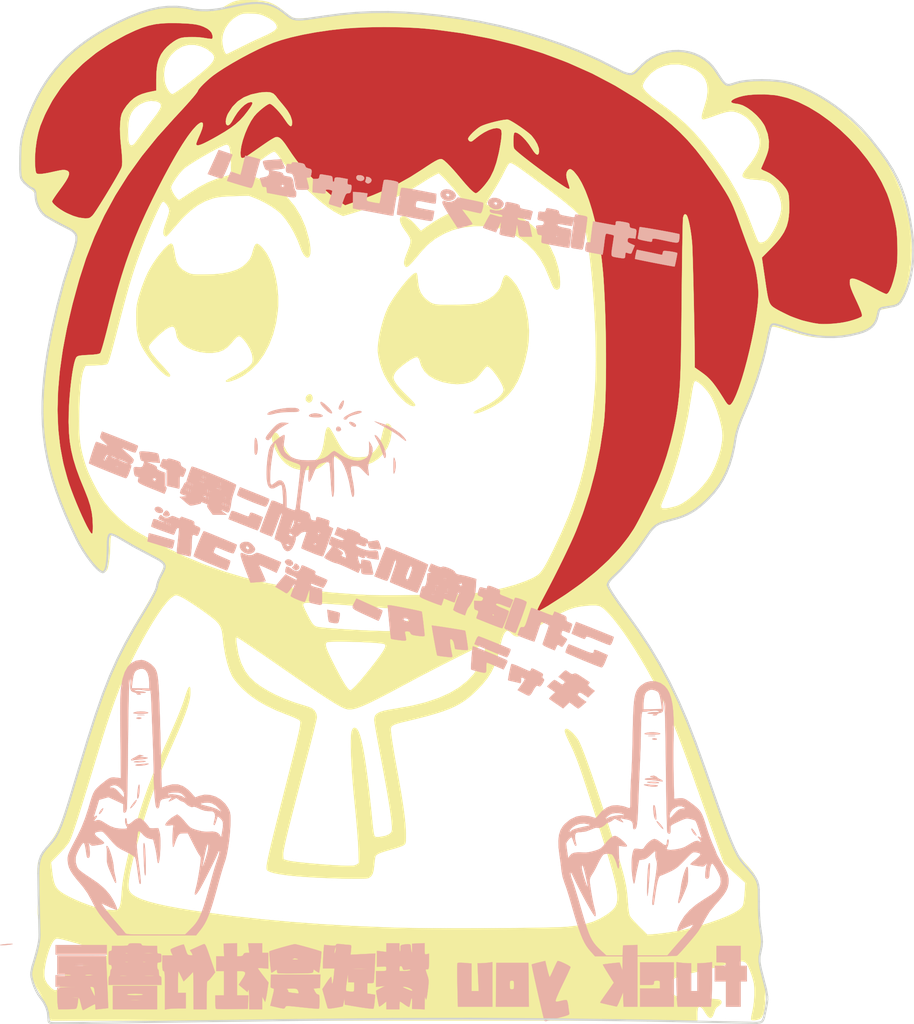
<source format=kicad_pcb>
(kicad_pcb (version 4) (host pcbnew 4.0.5+dfsg1-4)
  (layers (0 F.Cu signal) (31 B.Cu signal) (34 B.Paste user) (35 F.Paste user) (36 B.SilkS user) (37 F.SilkS user) (38 B.Mask user) (39 F.Mask user) (44 Edge.Cuts user))
  (net 0 "")
  (module LOGO (layer F.Cu) (at 139.48 100.54)
    (fp_text reference G*** hide)
    (fp_text value LOGO hide)
  )
  (module LOGO (layer F.Cu) (at 139.48 100.54)
    (fp_text reference G*** hide)
    (fp_text value LOGO hide)
  )
  (module LOGO (layer F.Cu) (at 139.48 100.54)
    (fp_text reference G*** hide)
    (fp_text value LOGO hide)
    (fp_poly (pts (xy -0.61348 -23.57919) (xy 0.278003 -23.533465) (xy 1.161547 -23.454795) (xy 1.883591 -23.363801) (xy 3.280444 -23.12305) (xy 4.639957 -22.808242) (xy 5.96032 -22.41992) (xy 7.239723 -21.958623) (xy 8.476354 -21.424894) (xy 8.657167 -21.339044) (xy 9.516885 -20.898092) (xy 10.359663 -20.408198) (xy 11.201589 -19.859443) (xy 12.056722 -19.243439) (xy 12.481178 -18.902671) (xy 12.891897 -18.528005) (xy 13.295922 -18.111412) (xy 13.700299 -17.644861) (xy 14.112071 -17.120322) (xy 14.538282 -16.529766) (xy 14.882726 -16.021996) (xy 15.089356 -15.704285) (xy 15.255783 -15.431951) (xy 15.393043 -15.18297) (xy 15.512173 -14.935318) (xy 15.624208 -14.66697) (xy 15.740184 -14.355901) (xy 15.794254 -14.202833) (xy 15.944295 -13.777347) (xy 16.088841 -13.375516) (xy 16.223222 -13.009967) (xy 16.342767 -12.693331) (xy 16.442806 -12.438234) (xy 16.483659 -12.338648) (xy 16.555068 -12.129086) (xy 16.623101 -11.858454) (xy 16.683592 -11.550344) (xy 16.732377 -11.22835) (xy 16.765289 -10.916064) (xy 16.777728 -10.672961) (xy 16.769064 -10.359839) (xy 16.734899 -9.983303) (xy 16.678169 -9.556144) (xy 16.601809 -9.09115) (xy 16.508755 -8.601112) (xy 16.401941 -8.098818) (xy 16.284303 -7.59706) (xy 16.158776 -7.108626) (xy 16.028295 -6.646306) (xy 15.895795 -6.22289) (xy 15.764211 -5.851168) (xy 15.636479 -5.543929) (xy 15.569472 -5.408083) (xy 15.475396 -5.253645) (xy 15.394173 -5.179478) (xy 15.315848 -5.184316) (xy 15.230467 -5.266895) (xy 15.169234 -5.357202) (xy 14.963294 -5.684029) (xy 14.789296 -5.948299) (xy 14.637839 -6.161341) (xy 14.499518 -6.334484) (xy 14.364933 -6.479055) (xy 14.224679 -6.606383) (xy 14.069355 -6.727797) (xy 13.975977 -6.794837) (xy 13.675042 -7.006166) (xy 13.673673 -7.408333) (xy 13.671873 -7.6777) (xy 13.668237 -8.003953) (xy 13.662982 -8.3773) (xy 13.656325 -8.787949) (xy 13.648482 -9.226105) (xy 13.63967 -9.681976) (xy 13.630107 -10.145768) (xy 13.620008 -10.607689) (xy 13.609592 -11.057946) (xy 13.599074 -11.486744) (xy 13.588672 -11.884292) (xy 13.578603 -12.240796) (xy 13.569083 -12.546463) (xy 13.560329 -12.7915) (xy 13.552558 -12.966114) (xy 13.549417 -13.019444) (xy 13.525687 -13.284773) (xy 13.491094 -13.556466) (xy 13.448744 -13.81823) (xy 13.401746 -14.053773) (xy 13.353209 -14.246802) (xy 13.306239 -14.381024) (xy 13.281274 -14.425083) (xy 13.212532 -14.476346) (xy 13.154553 -14.44657) (xy 13.112101 -14.339168) (xy 13.104049 -14.298083) (xy 13.09915 -14.229441) (xy 13.093689 -14.082571) (xy 13.087774 -13.86391) (xy 13.081516 -13.579895) (xy 13.075021 -13.236962) (xy 13.0684 -12.841547) (xy 13.061761 -12.400088) (xy 13.055212 -11.919021) (xy 13.048863 -11.404782) (xy 13.042822 -10.863807) (xy 13.038059 -10.392833) (xy 13.030994 -9.685135) (xy 13.024052 -9.055483) (xy 13.016972 -8.497255) (xy 13.009492 -8.003831) (xy 13.001349 -7.56859) (xy 12.992283 -7.184911) (xy 12.98203 -6.846175) (xy 12.970329 -6.54576) (xy 12.956918 -6.277045) (xy 12.941535 -6.033411) (xy 12.923919 -5.808236) (xy 12.903807 -5.594899) (xy 12.880937 -5.386781) (xy 12.855048 -5.17726) (xy 12.825877 -4.959716) (xy 12.822015 -4.931833) (xy 12.720456 -4.332251) (xy 12.579024 -3.690465) (xy 12.405401 -3.034323) (xy 12.207266 -2.391674) (xy 11.992301 -1.790363) (xy 11.876237 -1.502833) (xy 11.770588 -1.261785) (xy 11.639828 -0.977549) (xy 11.491807 -0.665939) (xy 11.334375 -0.342771) (xy 11.17538 -0.023857) (xy 11.022672 0.274987) (xy 10.884099 0.537946) (xy 10.767512 0.749207) (xy 10.710094 0.846667) (xy 10.312305 1.427157) (xy 9.83505 2.000115) (xy 9.27742 2.566357) (xy 8.638504 3.126699) (xy 7.917395 3.681957) (xy 7.113182 4.232947) (xy 6.532358 4.597132) (xy 6.313602 4.727163) (xy 6.157702 4.812493) (xy 6.057222 4.855615) (xy 6.004724 4.859023) (xy 5.992771 4.825209) (xy 6.007384 4.773084) (xy 6.038693 4.705406) (xy 6.102746 4.577471) (xy 6.192197 4.403591) (xy 6.299695 4.198081) (xy 6.393139 4.021667) (xy 6.616883 3.595872) (xy 6.84445 3.152296) (xy 7.069169 2.70463) (xy 7.284368 2.266564) (xy 7.483375 1.851789) (xy 7.659519 1.473994) (xy 7.806129 1.146871) (xy 7.888791 0.9525) (xy 8.269578 -0.045687) (xy 8.591263 -1.052492) (xy 8.858163 -2.084451) (xy 9.074595 -3.158101) (xy 9.23254 -4.194518) (xy 9.265402 -4.506837) (xy 9.292769 -4.893793) (xy 9.314646 -5.345532) (xy 9.331043 -5.852204) (xy 9.341964 -6.403958) (xy 9.347418 -6.99094) (xy 9.347413 -7.603301) (xy 9.341954 -8.231187) (xy 9.33105 -8.864748) (xy 9.314707 -9.494132) (xy 9.292933 -10.109486) (xy 9.265735 -10.700961) (xy 9.233119 -11.258703) (xy 9.227318 -11.345333) (xy 9.169519 -12.010033) (xy 9.088859 -12.660561) (xy 8.987406 -13.289448) (xy 8.867229 -13.889226) (xy 8.730396 -14.452426) (xy 8.578976 -14.971577) (xy 8.415037 -15.439212) (xy 8.240648 -15.84786) (xy 8.057878 -16.190054) (xy 7.868794 -16.458323) (xy 7.786186 -16.548968) (xy 7.671423 -16.646455) (xy 7.584345 -16.67273) (xy 7.509721 -16.629565) (xy 7.474234 -16.585247) (xy 7.422616 -16.474311) (xy 7.414359 -16.338276) (xy 7.450063 -16.159205) (xy 7.493 -16.023166) (xy 7.545826 -15.864404) (xy 7.570883 -15.769181) (xy 7.570112 -15.721757) (xy 7.545456 -15.706387) (xy 7.532163 -15.705666) (xy 7.468783 -15.728352) (xy 7.348875 -15.797168) (xy 7.170784 -15.913254) (xy 6.932857 -16.077751) (xy 6.633439 -16.291798) (xy 6.270876 -16.556535) (xy 5.915043 -16.819866) (xy 5.576623 -17.074085) (xy 5.306297 -17.282906) (xy 5.10187 -17.448133) (xy 4.961148 -17.571572) (xy 4.881938 -17.655028) (xy 4.863722 -17.684731) (xy 4.845271 -17.776558) (xy 4.835527 -17.915774) (xy 4.834016 -18.076754) (xy 4.840267 -18.23387) (xy 4.853805 -18.361496) (xy 4.874158 -18.434007) (xy 4.877624 -18.438402) (xy 4.951337 -18.456873) (xy 5.060494 -18.413292) (xy 5.194835 -18.316878) (xy 5.344101 -18.17685) (xy 5.49803 -18.002426) (xy 5.646363 -17.802824) (xy 5.729493 -17.673011) (xy 5.849531 -17.494151) (xy 5.946809 -17.393592) (xy 6.020107 -17.371809) (xy 6.068205 -17.429278) (xy 6.087778 -17.53333) (xy 6.068233 -17.70145) (xy 5.991903 -17.901417) (xy 5.868547 -18.112731) (xy 5.7241 -18.297112) (xy 5.627994 -18.387399) (xy 5.482822 -18.503643) (xy 5.306006 -18.633969) (xy 5.114967 -18.766504) (xy 4.927125 -18.889374) (xy 4.759902 -18.990705) (xy 4.630719 -19.058623) (xy 4.577257 -19.078772) (xy 4.479859 -19.081116) (xy 4.322052 -19.060721) (xy 4.123479 -19.022419) (xy 3.903782 -18.971042) (xy 3.682607 -18.911421) (xy 3.479594 -18.848387) (xy 3.314388 -18.786772) (xy 3.234127 -18.748408) (xy 3.10284 -18.661489) (xy 2.961536 -18.546722) (xy 2.826748 -18.420427) (xy 2.715011 -18.298924) (xy 2.642858 -18.198534) (xy 2.624667 -18.14683) (xy 2.655573 -18.067374) (xy 2.725366 -18.015477) (xy 2.799658 -18.016053) (xy 2.802729 -18.017817) (xy 2.861759 -18.060218) (xy 2.964099 -18.139388) (xy 3.087704 -18.238267) (xy 3.088941 -18.239272) (xy 3.311619 -18.400316) (xy 3.53588 -18.527132) (xy 3.749515 -18.616088) (xy 3.940313 -18.663554) (xy 4.096065 -18.665898) (xy 4.204561 -18.61949) (xy 4.235525 -18.580238) (xy 4.260086 -18.480897) (xy 4.260305 -18.316739) (xy 4.235786 -18.083391) (xy 4.186138 -17.776479) (xy 4.14253 -17.547166) (xy 4.031015 -17.0715) (xy 3.898853 -16.668993) (xy 3.742735 -16.329931) (xy 3.704977 -16.26311) (xy 3.600061 -16.102016) (xy 3.47367 -15.934766) (xy 3.339047 -15.775935) (xy 3.209437 -15.640098) (xy 3.098083 -15.541829) (xy 3.01823 -15.495703) (xy 3.006087 -15.494) (xy 2.92197 -15.52957) (xy 2.792632 -15.636324) (xy 2.618005 -15.81433) (xy 2.398019 -16.063655) (xy 2.254676 -16.234833) (xy 2.02606 -16.505107) (xy 1.817857 -16.737828) (xy 1.637015 -16.925866) (xy 1.49048 -17.06209) (xy 1.3852 -17.139369) (xy 1.363255 -17.149782) (xy 1.304466 -17.161626) (xy 1.231873 -17.152186) (xy 1.136222 -17.116703) (xy 1.008261 -17.05042) (xy 0.838735 -16.94858) (xy 0.618392 -16.806424) (xy 0.35942 -16.633642) (xy -0.14871 -16.309176) (xy -0.669044 -16.01396) (xy -1.218181 -15.739894) (xy -1.812724 -15.47888) (xy -2.469273 -15.222821) (xy -2.718339 -15.132317) (xy -3.363241 -14.9019) (xy -3.576037 -15.043236) (xy -3.958815 -15.322061) (xy -4.375383 -15.671861) (xy -4.82075 -16.08835) (xy -4.99648 -16.263187) (xy -5.267396 -16.543958) (xy -5.497325 -16.800111) (xy -5.704984 -17.054949) (xy -5.909091 -17.331771) (xy -6.128361 -17.653881) (xy -6.194827 -17.75506) (xy -6.347048 -17.974035) (xy -6.474132 -18.122442) (xy -6.584461 -18.20746) (xy -6.686418 -18.236268) (xy -6.748456 -18.229214) (xy -6.827033 -18.194344) (xy -6.955025 -18.121208) (xy -7.113312 -18.021252) (xy -7.249558 -17.929216) (xy -7.456935 -17.784973) (xy -7.685326 -17.626223) (xy -7.898486 -17.478154) (xy -7.987495 -17.416366) (xy -8.175339 -17.291609) (xy -8.307397 -17.221642) (xy -8.393096 -17.207253) (xy -8.441858 -17.24923) (xy -8.463109 -17.348361) (xy -8.466666 -17.456436) (xy -8.44211 -17.711036) (xy -8.374087 -18.009906) (xy -8.271063 -18.330449) (xy -8.141506 -18.650066) (xy -7.993884 -18.946162) (xy -7.836664 -19.196138) (xy -7.793481 -19.253026) (xy -7.680794 -19.378441) (xy -7.539986 -19.512239) (xy -7.388379 -19.640574) (xy -7.243292 -19.749598) (xy -7.122046 -19.825465) (xy -7.041963 -19.854329) (xy -7.041309 -19.854333) (xy -6.965468 -19.821924) (xy -6.854033 -19.733751) (xy -6.719988 -19.603396) (xy -6.576316 -19.444438) (xy -6.436 -19.270461) (xy -6.312024 -19.095044) (xy -6.304906 -19.084017) (xy -6.175111 -18.897066) (xy -6.075553 -18.788616) (xy -6.005475 -18.758379) (xy -5.964124 -18.806064) (xy -5.950744 -18.931383) (xy -5.950919 -18.94837) (xy -5.9885 -19.15976) (xy -6.095826 -19.393309) (xy -6.275715 -19.65442) (xy -6.393486 -19.796694) (xy -6.519976 -19.945522) (xy -6.636311 -20.087852) (xy -6.722705 -20.199306) (xy -6.741246 -20.225118) (xy -6.846269 -20.335784) (xy -6.984476 -20.401364) (xy -7.169917 -20.425382) (xy -7.416639 -20.411358) (xy -7.462285 -20.405877) (xy -7.890683 -20.323125) (xy -8.255678 -20.189042) (xy -8.564512 -19.998965) (xy -8.824424 -19.748233) (xy -9.042656 -19.432182) (xy -9.080119 -19.364151) (xy -9.146773 -19.204246) (xy -9.181388 -19.047608) (xy -9.182347 -18.915429) (xy -9.148035 -18.828899) (xy -9.122294 -18.811102) (xy -9.052053 -18.80859) (xy -8.977991 -18.861322) (xy -8.891745 -18.977832) (xy -8.797932 -19.142144) (xy -8.652849 -19.37881) (xy -8.488405 -19.588294) (xy -8.316931 -19.75881) (xy -8.150758 -19.87857) (xy -8.002217 -19.935788) (xy -7.964253 -19.939) (xy -7.900497 -19.926211) (xy -7.881738 -19.882434) (xy -7.910792 -19.799555) (xy -7.990477 -19.669462) (xy -8.120971 -19.487582) (xy -8.307564 -19.251699) (xy -8.497515 -19.046059) (xy -8.705889 -18.858265) (xy -8.94775 -18.675922) (xy -9.238165 -18.486635) (xy -9.5885 -18.280113) (xy -9.905757 -18.10316) (xy -10.157857 -17.971362) (xy -10.350001 -17.882776) (xy -10.48739 -17.835458) (xy -10.575223 -17.827464) (xy -10.618702 -17.856852) (xy -10.625666 -17.892533) (xy -10.608661 -17.959778) (xy -10.562988 -18.082667) (xy -10.496661 -18.240536) (xy -10.453474 -18.336541) (xy -10.357548 -18.568944) (xy -10.305567 -18.74991) (xy -10.296577 -18.874949) (xy -10.32963 -18.939574) (xy -10.403774 -18.939298) (xy -10.518058 -18.869632) (xy -10.559143 -18.835309) (xy -10.739908 -18.652698) (xy -10.941724 -18.403216) (xy -11.165828 -18.084883) (xy -11.413458 -17.69572) (xy -11.685853 -17.233749) (xy -11.984249 -16.69699) (xy -12.309885 -16.083463) (xy -12.450586 -15.811161) (xy -12.799375 -15.11737) (xy -13.112136 -14.463087) (xy -13.394103 -13.834094) (xy -13.650507 -13.216175) (xy -13.886582 -12.595113) (xy -14.107559 -11.956692) (xy -14.318672 -11.286694) (xy -14.525152 -10.570904) (xy -14.732233 -9.795104) (xy -14.879695 -9.211365) (xy -14.969324 -8.855188) (xy -15.053507 -8.531474) (xy -15.129764 -8.249061) (xy -15.195613 -8.016788) (xy -15.248572 -7.843495) (xy -15.286161 -7.738019) (xy -15.30117 -7.71002) (xy -15.35735 -7.678198) (xy -15.461623 -7.653683) (xy -15.625897 -7.634587) (xy -15.862082 -7.619022) (xy -15.881573 -7.618019) (xy -16.102176 -7.605381) (xy -16.254199 -7.591769) (xy -16.353701 -7.573987) (xy -16.416741 -7.548844) (xy -16.459376 -7.513145) (xy -16.469642 -7.501072) (xy -16.518745 -7.401469) (xy -16.569272 -7.228279) (xy -16.619704 -6.992528) (xy -16.66852 -6.705246) (xy -16.714199 -6.377461) (xy -16.755221 -6.020199) (xy -16.790066 -5.644489) (xy -16.817212 -5.261359) (xy -16.83514 -4.881836) (xy -16.836498 -4.84034) (xy -16.843399 -4.312454) (xy -16.827042 -3.832306) (xy -16.78397 -3.382776) (xy -16.710727 -2.946745) (xy -16.603859 -2.50709) (xy -16.459908 -2.046694) (xy -16.275419 -1.548434) (xy -16.072343 -1.0546) (xy -15.914116 -0.659351) (xy -15.799262 -0.311095) (xy -15.722645 0.012565) (xy -15.679127 0.334027) (xy -15.663572 0.675689) (xy -15.663333 0.72874) (xy -15.66651 0.918418) (xy -15.677067 1.0342) (xy -15.696548 1.086655) (xy -15.71625 1.091375) (xy -15.769034 1.041399) (xy -15.846688 0.922227) (xy -15.944591 0.744026) (xy -16.058121 0.516962) (xy -16.182656 0.251205) (xy -16.313575 -0.043079) (xy -16.446254 -0.355722) (xy -16.576072 -0.676557) (xy -16.698408 -0.995416) (xy -16.808639 -1.302132) (xy -16.822062 -1.341237) (xy -17.051749 -2.117145) (xy -17.222057 -2.926583) (xy -17.332847 -3.772291) (xy -17.383983 -4.657008) (xy -17.375326 -5.583476) (xy -17.306737 -6.554433) (xy -17.17808 -7.57262) (xy -16.989215 -8.640776) (xy -16.740006 -9.761642) (xy -16.430313 -10.937958) (xy -16.319111 -11.324166) (xy -15.964325 -12.412877) (xy -15.549935 -13.461219) (xy -15.072314 -14.475327) (xy -14.527841 -15.461335) (xy -13.91289 -16.425379) (xy -13.22384 -17.373593) (xy -12.457065 -18.312112) (xy -11.689285 -19.162289) (xy -11.403762 -19.467648) (xy -11.151209 -19.743342) (xy -10.936162 -19.984127) (xy -10.763159 -20.184759) (xy -10.636737 -20.339995) (xy -10.561433 -20.444591) (xy -10.541 -20.489425) (xy -10.510643 -20.549065) (xy -10.428519 -20.649361) (xy -10.308046 -20.776941) (xy -10.162643 -20.91843) (xy -10.005731 -21.060457) (xy -9.850726 -21.189648) (xy -9.795761 -21.232109) (xy -9.503692 -21.437464) (xy -9.150825 -21.662233) (xy -8.755718 -21.896318) (xy -8.33693 -22.129622) (xy -7.913018 -22.352047) (xy -7.502541 -22.553495) (xy -7.124058 -22.723869) (xy -6.858 -22.830554) (xy -6.254954 -23.026916) (xy -5.581635 -23.195104) (xy -4.84782 -23.334522) (xy -4.063285 -23.444574) (xy -3.237807 -23.524663) (xy -2.381162 -23.574193) (xy -1.503128 -23.592568) (xy -0.61348 -23.57919)) (layer F.Cu) (width 0.01))
    (fp_poly (pts (xy 17.25486 -20.305456) (xy 17.5877 -20.273257) (xy 18.075723 -20.175466) (xy 18.581496 -20.00336) (xy 19.097601 -19.763463) (xy 19.616619 -19.462299) (xy 20.131129 -19.106391) (xy 20.633713 -18.702264) (xy 21.116952 -18.25644) (xy 21.573426 -17.775445) (xy 21.995716 -17.265802) (xy 22.376402 -16.734035) (xy 22.708065 -16.186667) (xy 22.983287 -15.630222) (xy 23.050957 -15.469393) (xy 23.156667 -15.177056) (xy 23.262789 -14.829073) (xy 23.361698 -14.454082) (xy 23.445767 -14.080723) (xy 23.500905 -13.7795) (xy 23.51981 -13.615936) (xy 23.535905 -13.392294) (xy 23.547901 -13.13315) (xy 23.554507 -12.863079) (xy 23.55538 -12.742333) (xy 23.554018 -12.46121) (xy 23.547754 -12.241385) (xy 23.534358 -12.059534) (xy 23.511605 -11.892332) (xy 23.477266 -11.716452) (xy 23.443168 -11.56734) (xy 23.359194 -11.246823) (xy 23.27324 -10.981558) (xy 23.188254 -10.778357) (xy 23.10718 -10.644033) (xy 23.032964 -10.585399) (xy 23.017686 -10.583333) (xy 22.950303 -10.603164) (xy 22.826215 -10.657407) (xy 22.662068 -10.738188) (xy 22.474508 -10.83763) (xy 22.440222 -10.856529) (xy 22.121827 -11.029933) (xy 21.86699 -11.161227) (xy 21.667897 -11.25385) (xy 21.516737 -11.31124) (xy 21.405696 -11.336834) (xy 21.347109 -11.337612) (xy 21.275185 -11.322128) (xy 21.241429 -11.28133) (xy 21.232149 -11.190736) (xy 21.232253 -11.13225) (xy 21.244578 -11.022334) (xy 21.282628 -10.884631) (xy 21.351303 -10.705178) (xy 21.455498 -10.470014) (xy 21.492112 -10.391416) (xy 21.624399 -10.105797) (xy 21.721045 -9.886471) (xy 21.78506 -9.724398) (xy 21.819448 -9.610541) (xy 21.827217 -9.53586) (xy 21.811374 -9.491316) (xy 21.796027 -9.477831) (xy 21.616544 -9.390099) (xy 21.371727 -9.309175) (xy 21.080833 -9.238342) (xy 20.76312 -9.18088) (xy 20.437848 -9.140071) (xy 20.124274 -9.119196) (xy 19.841657 -9.121535) (xy 19.7485 -9.128972) (xy 19.173567 -9.227815) (xy 18.594387 -9.402097) (xy 18.029435 -9.645695) (xy 17.770926 -9.784192) (xy 17.637332 -9.860504) (xy 17.529841 -9.926711) (xy 17.444217 -9.992902) (xy 17.376225 -10.069163) (xy 17.321629 -10.165584) (xy 17.276193 -10.292252) (xy 17.235682 -10.459255) (xy 17.195859 -10.676681) (xy 17.15249 -10.954619) (xy 17.101338 -11.303155) (xy 17.084381 -11.419307) (xy 16.946624 -12.361113) (xy 17.418547 -12.837473) (xy 17.710238 -13.152291) (xy 17.933583 -13.445698) (xy 18.095562 -13.734945) (xy 18.203152 -14.037287) (xy 18.26333 -14.369974) (xy 18.283076 -14.75026) (xy 18.279859 -14.967026) (xy 18.271088 -15.190155) (xy 18.259026 -15.349023) (xy 18.239914 -15.464031) (xy 18.209995 -15.555583) (xy 18.165507 -15.644082) (xy 18.150245 -15.670554) (xy 18.0189 -15.853953) (xy 17.839775 -16.048993) (xy 17.6338 -16.237298) (xy 17.421904 -16.400494) (xy 17.225016 -16.520205) (xy 17.139896 -16.557593) (xy 17.009132 -16.613033) (xy 16.926443 -16.663757) (xy 16.907405 -16.696341) (xy 17.028149 -16.972596) (xy 17.118189 -17.186641) (xy 17.182832 -17.352896) (xy 17.227385 -17.485778) (xy 17.257156 -17.599705) (xy 17.275383 -17.695995) (xy 17.289636 -18.048168) (xy 17.222436 -18.41441) (xy 17.094095 -18.749444) (xy 16.960771 -18.972138) (xy 16.778751 -19.195541) (xy 16.564388 -19.405831) (xy 16.334037 -19.589186) (xy 16.104054 -19.731781) (xy 15.890793 -19.819794) (xy 15.806563 -19.837654) (xy 15.63048 -19.86407) (xy 15.523113 -19.88886) (xy 15.468815 -19.917566) (xy 15.45194 -19.955727) (xy 15.451667 -19.963315) (xy 15.490932 -20.025534) (xy 15.597974 -20.092814) (xy 15.756665 -20.158887) (xy 15.950879 -20.217487) (xy 16.164485 -20.262347) (xy 16.25489 -20.275433) (xy 16.758169 -20.315368) (xy 17.25486 -20.305456)) (layer F.Cu) (width 0.01))
    (fp_poly (pts (xy -11.597558 -23.782699) (xy -11.498141 -23.780275) (xy -11.151675 -23.767242) (xy -10.874169 -23.747513) (xy -10.65 -23.71821) (xy -10.463548 -23.676454) (xy -10.299192 -23.619364) (xy -10.141309 -23.544063) (xy -10.102933 -23.523121) (xy -9.985692 -23.439057) (xy -9.895723 -23.34225) (xy -9.880683 -23.317641) (xy -9.834441 -23.193896) (xy -9.823012 -23.084611) (xy -9.849026 -23.018555) (xy -9.853083 -23.015835) (xy -9.906912 -23.014297) (xy -10.021829 -23.026583) (xy -10.17585 -23.050161) (xy -10.2235 -23.058533) (xy -10.502486 -23.093013) (xy -10.813517 -23.105514) (xy -10.967258 -23.102506) (xy -11.173359 -23.09029) (xy -11.322701 -23.070239) (xy -11.443178 -23.036162) (xy -11.562683 -22.981868) (xy -11.600027 -22.96206) (xy -11.754365 -22.864008) (xy -11.924094 -22.734448) (xy -12.046744 -22.625563) (xy -12.233249 -22.418227) (xy -12.373748 -22.197626) (xy -12.473049 -21.949219) (xy -12.535959 -21.658466) (xy -12.567286 -21.310825) (xy -12.573 -21.033774) (xy -12.573 -20.495336) (xy -12.816416 -20.447266) (xy -13.119558 -20.37652) (xy -13.360727 -20.293387) (xy -13.56254 -20.189111) (xy -13.667468 -20.117718) (xy -13.848711 -19.956711) (xy -14.023353 -19.754943) (xy -14.169024 -19.541224) (xy -14.259556 -19.355161) (xy -14.302827 -19.175846) (xy -14.330329 -18.932701) (xy -14.341323 -18.645219) (xy -14.335066 -18.332891) (xy -14.310818 -18.015211) (xy -14.310564 -18.012833) (xy -14.274358 -17.662222) (xy -14.249329 -17.384524) (xy -14.235213 -17.168762) (xy -14.231745 -17.003959) (xy -14.238661 -16.879138) (xy -14.255694 -16.783323) (xy -14.279213 -16.713395) (xy -14.331577 -16.605551) (xy -14.420025 -16.442273) (xy -14.537226 -16.235639) (xy -14.675853 -15.99773) (xy -14.828574 -15.740628) (xy -14.988061 -15.476411) (xy -15.146984 -15.217161) (xy -15.298014 -14.974959) (xy -15.433821 -14.761884) (xy -15.547075 -14.590017) (xy -15.630448 -14.471438) (xy -15.665898 -14.427862) (xy -15.766849 -14.331006) (xy -15.85286 -14.283874) (xy -15.961737 -14.26996) (xy -16.027195 -14.270119) (xy -16.20436 -14.285135) (xy -16.390518 -14.317894) (xy -16.437345 -14.329597) (xy -16.646986 -14.400524) (xy -16.867708 -14.497702) (xy -17.085478 -14.612252) (xy -17.286266 -14.735299) (xy -17.456039 -14.857965) (xy -17.580767 -14.971373) (xy -17.646417 -15.066648) (xy -17.653 -15.098661) (xy -17.628596 -15.153399) (xy -17.561461 -15.261437) (xy -17.460706 -15.409139) (xy -17.335447 -15.582869) (xy -17.27705 -15.661209) (xy -17.078315 -15.934917) (xy -16.937095 -16.153853) (xy -16.851617 -16.323695) (xy -16.820114 -16.45012) (xy -16.840815 -16.538804) (xy -16.911951 -16.595424) (xy -16.979203 -16.61661) (xy -17.037467 -16.627188) (xy -17.098387 -16.630292) (xy -17.1769 -16.623773) (xy -17.287945 -16.605483) (xy -17.44646 -16.573273) (xy -17.667382 -16.524995) (xy -17.761118 -16.504148) (xy -17.949667 -16.467142) (xy -18.124071 -16.441659) (xy -18.255982 -16.43153) (xy -18.290285 -16.432615) (xy -18.371305 -16.443985) (xy -18.417873 -16.472417) (xy -18.443764 -16.538759) (xy -18.46275 -16.663858) (xy -18.467266 -16.7005) (xy -18.487795 -17.043626) (xy -18.475799 -17.435041) (xy -18.434593 -17.846325) (xy -18.367488 -18.24906) (xy -18.277799 -18.614825) (xy -18.225376 -18.775362) (xy -17.923531 -19.485786) (xy -17.546213 -20.161234) (xy -17.096431 -20.798499) (xy -16.577193 -21.394376) (xy -15.991506 -21.945656) (xy -15.342379 -22.449133) (xy -14.63282 -22.901601) (xy -14.075833 -23.199123) (xy -13.675119 -23.389427) (xy -13.323882 -23.536438) (xy -13.00177 -23.644746) (xy -12.688433 -23.718937) (xy -12.363519 -23.763601) (xy -12.006678 -23.783325) (xy -11.597558 -23.782699)) (layer F.Cu) (width 0.01))
  )
  (module LOGO (layer F.Cu) (at 139.48 100.54)
    (fp_text reference G*** hide)
    (fp_text value LOGO hide)
  )
  (module LOGO (layer F.Cu) (at 139.48 100.54)
    (fp_text reference G*** hide)
    (fp_text value LOGO hide)
  )
  (gr_line (start 121.65071 125.211657) (end 121.625198 124.950965) (layer Edge.Cuts) (width 0.1))
  (gr_line (start 121.625198 124.950965) (end 121.549025 124.695003) (layer Edge.Cuts) (width 0.1))
  (gr_line (start 121.549025 124.695003) (end 121.422736 124.445134) (layer Edge.Cuts) (width 0.1))
  (gr_line (start 121.422736 124.445134) (end 121.246878 124.202716) (layer Edge.Cuts) (width 0.1))
  (gr_line (start 121.246878 124.202716) (end 121.151194 124.06616) (layer Edge.Cuts) (width 0.1))
  (gr_line (start 121.151194 124.06616) (end 121.052879 123.88713) (layer Edge.Cuts) (width 0.1))
  (gr_line (start 121.052879 123.88713) (end 120.963494 123.688864) (layer Edge.Cuts) (width 0.1))
  (gr_line (start 120.963494 123.688864) (end 120.894598 123.494596) (layer Edge.Cuts) (width 0.1))
  (gr_line (start 120.894598 123.494596) (end 120.825585 123.228466) (layer Edge.Cuts) (width 0.1))
  (gr_line (start 120.825585 123.228466) (end 120.812051 123.117756) (layer Edge.Cuts) (width 0.1))
  (gr_line (start 120.812051 123.117756) (end 120.813841 123.006047) (layer Edge.Cuts) (width 0.1))
  (gr_line (start 120.813841 123.006047) (end 120.867388 122.731934) (layer Edge.Cuts) (width 0.1))
  (gr_line (start 120.867388 122.731934) (end 120.994263 122.310723) (layer Edge.Cuts) (width 0.1))
  (gr_line (start 120.994263 122.310723) (end 121.083911 121.996427) (layer Edge.Cuts) (width 0.1))
  (gr_line (start 121.083911 121.996427) (end 121.156124 121.685162) (layer Edge.Cuts) (width 0.1))
  (gr_line (start 121.156124 121.685162) (end 121.203536 121.412867) (layer Edge.Cuts) (width 0.1))
  (gr_line (start 121.203536 121.412867) (end 121.21878 121.215478) (layer Edge.Cuts) (width 0.1))
  (gr_line (start 121.21878 121.215478) (end 121.17192 119.242723) (layer Edge.Cuts) (width 0.1))
  (gr_line (start 121.17192 119.242723) (end 121.157841 118.181435) (layer Edge.Cuts) (width 0.1))
  (gr_line (start 121.157841 118.181435) (end 121.174499 117.829087) (layer Edge.Cuts) (width 0.1))
  (gr_line (start 121.174499 117.829087) (end 121.215644 117.558126) (layer Edge.Cuts) (width 0.1))
  (gr_line (start 121.215644 117.558126) (end 121.287794 117.340445) (layer Edge.Cuts) (width 0.1))
  (gr_line (start 121.287794 117.340445) (end 121.397465 117.147934) (layer Edge.Cuts) (width 0.1))
  (gr_line (start 121.397465 117.147934) (end 121.551176 116.952489) (layer Edge.Cuts) (width 0.1))
  (gr_line (start 121.551176 116.952489) (end 121.755442 116.725999) (layer Edge.Cuts) (width 0.1))
  (gr_line (start 121.755442 116.725999) (end 121.896189 116.562256) (layer Edge.Cuts) (width 0.1))
  (gr_line (start 121.896189 116.562256) (end 122.021265 116.380697) (layer Edge.Cuts) (width 0.1))
  (gr_line (start 122.021265 116.380697) (end 122.142996 116.148877) (layer Edge.Cuts) (width 0.1))
  (gr_line (start 122.142996 116.148877) (end 122.273709 115.834352) (layer Edge.Cuts) (width 0.1))
  (gr_line (start 122.273709 115.834352) (end 122.425731 115.404675) (layer Edge.Cuts) (width 0.1))
  (gr_line (start 122.425731 115.404675) (end 122.611387 114.827402) (layer Edge.Cuts) (width 0.1))
  (gr_line (start 122.611387 114.827402) (end 123.132909 113.100283) (layer Edge.Cuts) (width 0.1))
  (gr_line (start 123.132909 113.100283) (end 123.565066 111.672922) (layer Edge.Cuts) (width 0.1))
  (gr_line (start 123.565066 111.672922) (end 123.949023 110.472869) (layer Edge.Cuts) (width 0.1))
  (gr_line (start 123.949023 110.472869) (end 124.30501 109.451617) (layer Edge.Cuts) (width 0.1))
  (gr_line (start 124.30501 109.451617) (end 124.653255 108.560655) (layer Edge.Cuts) (width 0.1))
  (gr_line (start 124.653255 108.560655) (end 125.013986 107.751475) (layer Edge.Cuts) (width 0.1))
  (gr_line (start 125.013986 107.751475) (end 125.407434 106.975567) (layer Edge.Cuts) (width 0.1))
  (gr_line (start 125.407434 106.975567) (end 125.853825 106.184423) (layer Edge.Cuts) (width 0.1))
  (gr_line (start 125.853825 106.184423) (end 126.37339 105.329532) (layer Edge.Cuts) (width 0.1))
  (gr_line (start 126.37339 105.329532) (end 126.593977 104.959262) (layer Edge.Cuts) (width 0.1))
  (gr_line (start 126.593977 104.959262) (end 126.77478 104.624506) (layer Edge.Cuts) (width 0.1))
  (gr_line (start 126.77478 104.624506) (end 126.897131 104.362042) (layer Edge.Cuts) (width 0.1))
  (gr_line (start 126.897131 104.362042) (end 126.942361 104.208648) (layer Edge.Cuts) (width 0.1))
  (gr_line (start 126.942361 104.208648) (end 126.960611 104.096152) (layer Edge.Cuts) (width 0.1))
  (gr_line (start 126.960611 104.096152) (end 127.009171 103.945037) (layer Edge.Cuts) (width 0.1))
  (gr_line (start 127.009171 103.945037) (end 127.080711 103.775077) (layer Edge.Cuts) (width 0.1))
  (gr_line (start 127.080711 103.775077) (end 127.167921 103.606044) (layer Edge.Cuts) (width 0.1))
  (gr_line (start 127.167921 103.606044) (end 127.257011 103.441769) (layer Edge.Cuts) (width 0.1))
  (gr_line (start 127.257011 103.441769) (end 127.309711 103.308876) (layer Edge.Cuts) (width 0.1))
  (gr_line (start 127.309711 103.308876) (end 127.318711 103.196981) (layer Edge.Cuts) (width 0.1))
  (gr_line (start 127.318711 103.196981) (end 127.276741 103.095703) (layer Edge.Cuts) (width 0.1))
  (gr_line (start 127.276741 103.095703) (end 127.176492 102.99466) (layer Edge.Cuts) (width 0.1))
  (gr_line (start 127.176492 102.99466) (end 127.010663 102.883469) (layer Edge.Cuts) (width 0.1))
  (gr_line (start 127.010663 102.883469) (end 126.453077 102.589118) (layer Edge.Cuts) (width 0.1))
  (gr_line (start 126.453077 102.589118) (end 125.801541 102.242515) (layer Edge.Cuts) (width 0.1))
  (gr_line (start 125.801541 102.242515) (end 125.249472 101.918765) (layer Edge.Cuts) (width 0.1))
  (gr_line (start 125.249472 101.918765) (end 125.053508 101.802875) (layer Edge.Cuts) (width 0.1))
  (gr_line (start 125.053508 101.802875) (end 124.875675 101.714625) (layer Edge.Cuts) (width 0.1))
  (gr_line (start 124.875675 101.714625) (end 124.735557 101.662665) (layer Edge.Cuts) (width 0.1))
  (gr_line (start 124.735557 101.662665) (end 124.652737 101.655565) (layer Edge.Cuts) (width 0.1))
  (gr_line (start 124.652737 101.655565) (end 124.601517 101.711925) (layer Edge.Cuts) (width 0.1))
  (gr_line (start 124.601517 101.711925) (end 124.566187 101.837726) (layer Edge.Cuts) (width 0.1))
  (gr_line (start 124.566187 101.837726) (end 124.546177 102.036368) (layer Edge.Cuts) (width 0.1))
  (gr_line (start 124.546177 102.036368) (end 124.540877 102.311254) (layer Edge.Cuts) (width 0.1))
  (gr_line (start 124.540877 102.311254) (end 124.526867 102.814521) (layer Edge.Cuts) (width 0.1))
  (gr_line (start 124.526867 102.814521) (end 124.479836 103.18985) (layer Edge.Cuts) (width 0.1))
  (gr_line (start 124.479836 103.18985) (end 124.444752 103.325536) (layer Edge.Cuts) (width 0.1))
  (gr_line (start 124.444752 103.325536) (end 124.402391 103.424436) (layer Edge.Cuts) (width 0.1))
  (gr_line (start 124.402391 103.424436) (end 124.353078 103.484946) (layer Edge.Cuts) (width 0.1))
  (gr_line (start 124.353078 103.484946) (end 124.29714 103.505476) (layer Edge.Cuts) (width 0.1))
  (gr_line (start 124.29714 103.505476) (end 124.19393 103.466576) (layer Edge.Cuts) (width 0.1))
  (gr_line (start 124.19393 103.466576) (end 124.0565 103.357459) (layer Edge.Cuts) (width 0.1))
  (gr_line (start 124.0565 103.357459) (end 123.893982 103.189782) (layer Edge.Cuts) (width 0.1))
  (gr_line (start 123.893982 103.189782) (end 123.715467 102.975154) (layer Edge.Cuts) (width 0.1))
  (gr_line (start 123.715467 102.975154) (end 123.530048 102.725182) (layer Edge.Cuts) (width 0.1))
  (gr_line (start 123.530048 102.725182) (end 123.346818 102.451473) (layer Edge.Cuts) (width 0.1))
  (gr_line (start 123.346818 102.451473) (end 123.174868 102.165635) (layer Edge.Cuts) (width 0.1))
  (gr_line (start 123.174868 102.165635) (end 123.023292 101.879274) (layer Edge.Cuts) (width 0.1))
  (gr_line (start 123.023292 101.879274) (end 122.733101 101.267668) (layer Edge.Cuts) (width 0.1))
  (gr_line (start 122.733101 101.267668) (end 122.472254 100.677398) (layer Edge.Cuts) (width 0.1))
  (gr_line (start 122.472254 100.677398) (end 122.240236 100.105133) (layer Edge.Cuts) (width 0.1))
  (gr_line (start 122.240236 100.105133) (end 122.036529 99.547547) (layer Edge.Cuts) (width 0.1))
  (gr_line (start 122.036529 99.547547) (end 121.860617 99.00131) (layer Edge.Cuts) (width 0.1))
  (gr_line (start 121.860617 99.00131) (end 121.711983 98.463095) (layer Edge.Cuts) (width 0.1))
  (gr_line (start 121.711983 98.463095) (end 121.59011 97.929573) (layer Edge.Cuts) (width 0.1))
  (gr_line (start 121.59011 97.929573) (end 121.494482 97.397415) (layer Edge.Cuts) (width 0.1))
  (gr_line (start 121.494482 97.397415) (end 121.424582 96.863294) (layer Edge.Cuts) (width 0.1))
  (gr_line (start 121.424582 96.863294) (end 121.379893 96.323882) (layer Edge.Cuts) (width 0.1))
  (gr_line (start 121.379893 96.323882) (end 121.359899 95.775849) (layer Edge.Cuts) (width 0.1))
  (gr_line (start 121.359899 95.775849) (end 121.364079 95.215867) (layer Edge.Cuts) (width 0.1))
  (gr_line (start 121.364079 95.215867) (end 121.391924 94.640609) (layer Edge.Cuts) (width 0.1))
  (gr_line (start 121.391924 94.640609) (end 121.442913 94.046745) (layer Edge.Cuts) (width 0.1))
  (gr_line (start 121.442913 94.046745) (end 121.51653 93.430948) (layer Edge.Cuts) (width 0.1))
  (gr_line (start 121.51653 93.430948) (end 121.612258 92.789889) (layer Edge.Cuts) (width 0.1))
  (gr_line (start 121.612258 92.789889) (end 121.817301 91.70792) (layer Edge.Cuts) (width 0.1))
  (gr_line (start 121.817301 91.70792) (end 122.0882 90.526866) (layer Edge.Cuts) (width 0.1))
  (gr_line (start 122.0882 90.526866) (end 122.389566 89.390067) (layer Edge.Cuts) (width 0.1))
  (gr_line (start 122.389566 89.390067) (end 122.68601 88.440862) (layer Edge.Cuts) (width 0.1))
  (gr_line (start 122.68601 88.440862) (end 122.845529 87.978216) (layer Edge.Cuts) (width 0.1))
  (gr_line (start 122.845529 87.978216) (end 122.955866 87.624502) (layer Edge.Cuts) (width 0.1))
  (gr_line (start 122.955866 87.624502) (end 123.013858 87.359321) (layer Edge.Cuts) (width 0.1))
  (gr_line (start 123.013858 87.359321) (end 123.016338 87.162274) (layer Edge.Cuts) (width 0.1))
  (gr_line (start 123.016338 87.162274) (end 122.995782 87.082926) (layer Edge.Cuts) (width 0.1))
  (gr_line (start 122.995782 87.082926) (end 122.960157 87.012962) (layer Edge.Cuts) (width 0.1))
  (gr_line (start 122.960157 87.012962) (end 122.842137 86.890987) (layer Edge.Cuts) (width 0.1))
  (gr_line (start 122.842137 86.890987) (end 122.65912 86.775949) (layer Edge.Cuts) (width 0.1))
  (gr_line (start 122.65912 86.775949) (end 122.407945 86.64745) (layer Edge.Cuts) (width 0.1))
  (gr_line (start 122.407945 86.64745) (end 121.886552 86.374315) (layer Edge.Cuts) (width 0.1))
  (gr_line (start 121.886552 86.374315) (end 121.521416 86.158351) (layer Edge.Cuts) (width 0.1))
  (gr_line (start 121.521416 86.158351) (end 121.417458 86.073407) (layer Edge.Cuts) (width 0.1))
  (gr_line (start 121.417458 86.073407) (end 121.322255 85.969594) (layer Edge.Cuts) (width 0.1))
  (gr_line (start 121.322255 85.969594) (end 121.237379 85.850153) (layer Edge.Cuts) (width 0.1))
  (gr_line (start 121.237379 85.850153) (end 121.164406 85.718326) (layer Edge.Cuts) (width 0.1))
  (gr_line (start 121.164406 85.718326) (end 121.10491 85.577354) (layer Edge.Cuts) (width 0.1))
  (gr_line (start 121.10491 85.577354) (end 121.060463 85.430477) (layer Edge.Cuts) (width 0.1))
  (gr_line (start 121.060463 85.430477) (end 121.032641 85.280936) (layer Edge.Cuts) (width 0.1))
  (gr_line (start 121.032641 85.280936) (end 121.023017 85.131973) (layer Edge.Cuts) (width 0.1))
  (gr_line (start 121.023017 85.131973) (end 121.012892 85.0115) (layer Edge.Cuts) (width 0.1))
  (gr_line (start 121.012892 85.0115) (end 120.982254 84.918803) (layer Edge.Cuts) (width 0.1))
  (gr_line (start 120.982254 84.918803) (end 120.930709 84.853123) (layer Edge.Cuts) (width 0.1))
  (gr_line (start 120.930709 84.853123) (end 120.857862 84.813704) (layer Edge.Cuts) (width 0.1))
  (gr_line (start 120.857862 84.813704) (end 120.776695 84.775207) (layer Edge.Cuts) (width 0.1))
  (gr_line (start 120.776695 84.775207) (end 120.677786 84.709145) (layer Edge.Cuts) (width 0.1))
  (gr_line (start 120.677786 84.709145) (end 120.476763 84.531375) (layer Edge.Cuts) (width 0.1))
  (gr_line (start 120.476763 84.531375) (end 120.357976 84.381146) (layer Edge.Cuts) (width 0.1))
  (gr_line (start 120.357976 84.381146) (end 120.320421 84.297623) (layer Edge.Cuts) (width 0.1))
  (gr_line (start 120.320421 84.297623) (end 120.294853 84.193456) (layer Edge.Cuts) (width 0.1))
  (gr_line (start 120.294853 84.193456) (end 120.271968 83.878077) (layer Edge.Cuts) (width 0.1))
  (gr_line (start 120.271968 83.878077) (end 120.273893 83.34478) (layer Edge.Cuts) (width 0.1))
  (gr_line (start 120.273893 83.34478) (end 120.290733 82.808536) (layer Edge.Cuts) (width 0.1))
  (gr_line (start 120.290733 82.808536) (end 120.337688 82.400276) (layer Edge.Cuts) (width 0.1))
  (gr_line (start 120.337688 82.400276) (end 120.435607 82.004254) (layer Edge.Cuts) (width 0.1))
  (gr_line (start 120.435607 82.004254) (end 120.605334 81.504724) (layer Edge.Cuts) (width 0.1))
  (gr_line (start 120.605334 81.504724) (end 120.761141 81.098464) (layer Edge.Cuts) (width 0.1))
  (gr_line (start 120.761141 81.098464) (end 120.929506 80.710298) (layer Edge.Cuts) (width 0.1))
  (gr_line (start 120.929506 80.710298) (end 121.111158 80.339435) (layer Edge.Cuts) (width 0.1))
  (gr_line (start 121.111158 80.339435) (end 121.306826 79.985088) (layer Edge.Cuts) (width 0.1))
  (gr_line (start 121.306826 79.985088) (end 121.517238 79.646467) (layer Edge.Cuts) (width 0.1))
  (gr_line (start 121.517238 79.646467) (end 121.743124 79.322784) (layer Edge.Cuts) (width 0.1))
  (gr_line (start 121.743124 79.322784) (end 121.985212 79.01325) (layer Edge.Cuts) (width 0.1))
  (gr_line (start 121.985212 79.01325) (end 122.244231 78.717076) (layer Edge.Cuts) (width 0.1))
  (gr_line (start 122.244231 78.717076) (end 122.52091 78.433473) (layer Edge.Cuts) (width 0.1))
  (gr_line (start 122.52091 78.433473) (end 122.815978 78.161653) (layer Edge.Cuts) (width 0.1))
  (gr_line (start 122.815978 78.161653) (end 123.130163 77.900827) (layer Edge.Cuts) (width 0.1))
  (gr_line (start 123.130163 77.900827) (end 123.464195 77.650205) (layer Edge.Cuts) (width 0.1))
  (gr_line (start 123.464195 77.650205) (end 123.818802 77.409) (layer Edge.Cuts) (width 0.1))
  (gr_line (start 123.818802 77.409) (end 124.194713 77.176422) (layer Edge.Cuts) (width 0.1))
  (gr_line (start 124.194713 77.176422) (end 124.592657 76.951683) (layer Edge.Cuts) (width 0.1))
  (gr_line (start 124.592657 76.951683) (end 125.013362 76.733993) (layer Edge.Cuts) (width 0.1))
  (gr_line (start 125.013362 76.733993) (end 125.572733 76.472974) (layer Edge.Cuts) (width 0.1))
  (gr_line (start 125.572733 76.472974) (end 126.09169 76.266543) (layer Edge.Cuts) (width 0.1))
  (gr_line (start 126.09169 76.266543) (end 126.578014 76.113398) (layer Edge.Cuts) (width 0.1))
  (gr_line (start 126.578014 76.113398) (end 127.039485 76.012237) (layer Edge.Cuts) (width 0.1))
  (gr_line (start 127.039485 76.012237) (end 127.483885 75.961755) (layer Edge.Cuts) (width 0.1))
  (gr_line (start 127.483885 75.961755) (end 127.918995 75.960652) (layer Edge.Cuts) (width 0.1))
  (gr_line (start 127.918995 75.960652) (end 128.352595 76.007624) (layer Edge.Cuts) (width 0.1))
  (gr_line (start 128.352595 76.007624) (end 128.792467 76.101369) (layer Edge.Cuts) (width 0.1))
  (gr_line (start 128.792467 76.101369) (end 129.092494 76.131671) (layer Edge.Cuts) (width 0.1))
  (gr_line (start 129.092494 76.131671) (end 129.386776 76.13395) (layer Edge.Cuts) (width 0.1))
  (gr_line (start 129.386776 76.13395) (end 129.675661 76.113549) (layer Edge.Cuts) (width 0.1))
  (gr_line (start 129.675661 76.113549) (end 129.959494 76.075812) (layer Edge.Cuts) (width 0.1))
  (gr_line (start 129.959494 76.075812) (end 130.513388 75.969706) (layer Edge.Cuts) (width 0.1))
  (gr_line (start 130.513388 75.969706) (end 131.051227 75.858379) (layer Edge.Cuts) (width 0.1))
  (gr_line (start 131.051227 75.858379) (end 131.314991 75.814116) (layer Edge.Cuts) (width 0.1))
  (gr_line (start 131.314991 75.814116) (end 131.575779 75.78458) (layer Edge.Cuts) (width 0.1))
  (gr_line (start 131.575779 75.78458) (end 131.833938 75.775112) (layer Edge.Cuts) (width 0.1))
  (gr_line (start 131.833938 75.775112) (end 132.089812 75.791057) (layer Edge.Cuts) (width 0.1))
  (gr_line (start 132.089812 75.791057) (end 132.343749 75.837758) (layer Edge.Cuts) (width 0.1))
  (gr_line (start 132.343749 75.837758) (end 132.596094 75.920559) (layer Edge.Cuts) (width 0.1))
  (gr_line (start 132.596094 75.920559) (end 132.847193 76.044803) (layer Edge.Cuts) (width 0.1))
  (gr_line (start 132.847193 76.044803) (end 133.097393 76.215834) (layer Edge.Cuts) (width 0.1))
  (gr_line (start 133.097393 76.215834) (end 133.281685 76.365494) (layer Edge.Cuts) (width 0.1))
  (gr_line (start 133.281685 76.365494) (end 133.432389 76.47442) (layer Edge.Cuts) (width 0.1))
  (gr_line (start 133.432389 76.47442) (end 133.575931 76.545418) (layer Edge.Cuts) (width 0.1))
  (gr_line (start 133.575931 76.545418) (end 133.738739 76.581297) (layer Edge.Cuts) (width 0.1))
  (gr_line (start 133.738739 76.581297) (end 133.947243 76.584867) (layer Edge.Cuts) (width 0.1))
  (gr_line (start 133.947243 76.584867) (end 134.22787 76.558929) (layer Edge.Cuts) (width 0.1))
  (gr_line (start 134.22787 76.558929) (end 135.111206 76.429771) (layer Edge.Cuts) (width 0.1))
  (gr_line (start 135.111206 76.429771) (end 135.878445 76.328405) (layer Edge.Cuts) (width 0.1))
  (gr_line (start 135.878445 76.328405) (end 136.643325 76.25903) (layer Edge.Cuts) (width 0.1))
  (gr_line (start 136.643325 76.25903) (end 137.414496 76.221768) (layer Edge.Cuts) (width 0.1))
  (gr_line (start 137.414496 76.221768) (end 138.20061 76.216739) (layer Edge.Cuts) (width 0.1))
  (gr_line (start 138.20061 76.216739) (end 139.010315 76.244064) (layer Edge.Cuts) (width 0.1))
  (gr_line (start 139.010315 76.244064) (end 139.852263 76.303864) (layer Edge.Cuts) (width 0.1))
  (gr_line (start 139.852263 76.303864) (end 140.735102 76.396259) (layer Edge.Cuts) (width 0.1))
  (gr_line (start 140.735102 76.396259) (end 141.667483 76.521371) (layer Edge.Cuts) (width 0.1))
  (gr_line (start 141.667483 76.521371) (end 142.677839 76.693248) (layer Edge.Cuts) (width 0.1))
  (gr_line (start 142.677839 76.693248) (end 143.695594 76.910665) (layer Edge.Cuts) (width 0.1))
  (gr_line (start 143.695594 76.910665) (end 144.708133 77.169589) (layer Edge.Cuts) (width 0.1))
  (gr_line (start 144.708133 77.169589) (end 145.702844 77.465988) (layer Edge.Cuts) (width 0.1))
  (gr_line (start 145.702844 77.465988) (end 146.667115 77.795832) (layer Edge.Cuts) (width 0.1))
  (gr_line (start 146.667115 77.795832) (end 147.588332 78.155086) (layer Edge.Cuts) (width 0.1))
  (gr_line (start 147.588332 78.155086) (end 148.453882 78.53972) (layer Edge.Cuts) (width 0.1))
  (gr_line (start 148.453882 78.53972) (end 149.251152 78.945701) (layer Edge.Cuts) (width 0.1))
  (gr_line (start 149.251152 78.945701) (end 149.689449 79.163297) (layer Edge.Cuts) (width 0.1))
  (gr_line (start 149.689449 79.163297) (end 149.853748 79.220024) (layer Edge.Cuts) (width 0.1))
  (gr_line (start 149.853748 79.220024) (end 149.99093 79.242438) (layer Edge.Cuts) (width 0.1))
  (gr_line (start 149.99093 79.242438) (end 150.108082 79.230841) (layer Edge.Cuts) (width 0.1))
  (gr_line (start 150.108082 79.230841) (end 150.21229 79.185534) (layer Edge.Cuts) (width 0.1))
  (gr_line (start 150.21229 79.185534) (end 150.31064 79.106819) (layer Edge.Cuts) (width 0.1))
  (gr_line (start 150.31064 79.106819) (end 150.41022 78.994997) (layer Edge.Cuts) (width 0.1))
  (gr_line (start 150.41022 78.994997) (end 150.604476 78.781181) (layer Edge.Cuts) (width 0.1))
  (gr_line (start 150.604476 78.781181) (end 150.819398 78.597056) (layer Edge.Cuts) (width 0.1))
  (gr_line (start 150.819398 78.597056) (end 151.051748 78.442539) (layer Edge.Cuts) (width 0.1))
  (gr_line (start 151.051748 78.442539) (end 151.298287 78.317548) (layer Edge.Cuts) (width 0.1))
  (gr_line (start 151.298287 78.317548) (end 151.555777 78.222001) (layer Edge.Cuts) (width 0.1))
  (gr_line (start 151.555777 78.222001) (end 151.82098 78.155816) (layer Edge.Cuts) (width 0.1))
  (gr_line (start 151.82098 78.155816) (end 152.090657 78.118911) (layer Edge.Cuts) (width 0.1))
  (gr_line (start 152.090657 78.118911) (end 152.36157 78.111201) (layer Edge.Cuts) (width 0.1))
  (gr_line (start 152.36157 78.111201) (end 152.63048 78.132608) (layer Edge.Cuts) (width 0.1))
  (gr_line (start 152.63048 78.132608) (end 152.89415 78.183049) (layer Edge.Cuts) (width 0.1))
  (gr_line (start 152.89415 78.183049) (end 153.14934 78.26244) (layer Edge.Cuts) (width 0.1))
  (gr_line (start 153.14934 78.26244) (end 153.392814 78.3707) (layer Edge.Cuts) (width 0.1))
  (gr_line (start 153.392814 78.3707) (end 153.621331 78.507747) (layer Edge.Cuts) (width 0.1))
  (gr_line (start 153.621331 78.507747) (end 153.831655 78.673498) (layer Edge.Cuts) (width 0.1))
  (gr_line (start 153.831655 78.673498) (end 154.020546 78.867872) (layer Edge.Cuts) (width 0.1))
  (gr_line (start 154.020546 78.867872) (end 154.184766 79.090785) (layer Edge.Cuts) (width 0.1))
  (gr_line (start 154.184766 79.090785) (end 154.469179 79.522741) (layer Edge.Cuts) (width 0.1))
  (gr_line (start 154.469179 79.522741) (end 154.572379 79.651194) (layer Edge.Cuts) (width 0.1))
  (gr_line (start 154.572379 79.651194) (end 154.663539 79.730202) (layer Edge.Cuts) (width 0.1))
  (gr_line (start 154.663539 79.730202) (end 154.753139 79.766444) (layer Edge.Cuts) (width 0.1))
  (gr_line (start 154.753139 79.766444) (end 154.851659 79.766599) (layer Edge.Cuts) (width 0.1))
  (gr_line (start 154.851659 79.766599) (end 154.969562 79.737346) (layer Edge.Cuts) (width 0.1))
  (gr_line (start 154.969562 79.737346) (end 155.11733 79.685364) (layer Edge.Cuts) (width 0.1))
  (gr_line (start 155.11733 79.685364) (end 155.363239 79.619202) (layer Edge.Cuts) (width 0.1))
  (gr_line (start 155.363239 79.619202) (end 155.675778 79.57215) (layer Edge.Cuts) (width 0.1))
  (gr_line (start 155.675778 79.57215) (end 156.034898 79.544178) (layer Edge.Cuts) (width 0.1))
  (gr_line (start 156.034898 79.544178) (end 156.420548 79.535258) (layer Edge.Cuts) (width 0.1))
  (gr_line (start 156.420548 79.535258) (end 156.812678 79.545354) (layer Edge.Cuts) (width 0.1))
  (gr_line (start 156.812678 79.545354) (end 157.191239 79.574438) (layer Edge.Cuts) (width 0.1))
  (gr_line (start 157.191239 79.574438) (end 157.53618 79.622479) (layer Edge.Cuts) (width 0.1))
  (gr_line (start 157.53618 79.622479) (end 157.827451 79.689447) (layer Edge.Cuts) (width 0.1))
  (gr_line (start 157.827451 79.689447) (end 158.126638 79.787751) (layer Edge.Cuts) (width 0.1))
  (gr_line (start 158.126638 79.787751) (end 158.430123 79.906285) (layer Edge.Cuts) (width 0.1))
  (gr_line (start 158.430123 79.906285) (end 158.736528 80.044309) (layer Edge.Cuts) (width 0.1))
  (gr_line (start 158.736528 80.044309) (end 159.044476 80.20108) (layer Edge.Cuts) (width 0.1))
  (gr_line (start 159.044476 80.20108) (end 159.35259 80.375858) (layer Edge.Cuts) (width 0.1))
  (gr_line (start 159.35259 80.375858) (end 159.659493 80.567902) (layer Edge.Cuts) (width 0.1))
  (gr_line (start 159.659493 80.567902) (end 159.963809 80.77647) (layer Edge.Cuts) (width 0.1))
  (gr_line (start 159.963809 80.77647) (end 160.264161 81.000822) (layer Edge.Cuts) (width 0.1))
  (gr_line (start 160.264161 81.000822) (end 160.80677 81.444796) (layer Edge.Cuts) (width 0.1))
  (gr_line (start 160.80677 81.444796) (end 161.25907 81.874768) (layer Edge.Cuts) (width 0.1))
  (gr_line (start 161.25907 81.874768) (end 161.698805 82.371504) (layer Edge.Cuts) (width 0.1))
  (gr_line (start 161.698805 82.371504) (end 162.203721 83.015771) (layer Edge.Cuts) (width 0.1))
  (gr_line (start 162.203721 83.015771) (end 162.522943 83.460523) (layer Edge.Cuts) (width 0.1))
  (gr_line (start 162.522943 83.460523) (end 162.796406 83.894065) (layer Edge.Cuts) (width 0.1))
  (gr_line (start 162.796406 83.894065) (end 163.028918 84.328653) (layer Edge.Cuts) (width 0.1))
  (gr_line (start 163.028918 84.328653) (end 163.225287 84.776544) (layer Edge.Cuts) (width 0.1))
  (gr_line (start 163.225287 84.776544) (end 163.390321 85.249994) (layer Edge.Cuts) (width 0.1))
  (gr_line (start 163.390321 85.249994) (end 163.528826 85.761259) (layer Edge.Cuts) (width 0.1))
  (gr_line (start 163.528826 85.761259) (end 163.64561 86.322596) (layer Edge.Cuts) (width 0.1))
  (gr_line (start 163.64561 86.322596) (end 163.74548 86.946261) (layer Edge.Cuts) (width 0.1))
  (gr_line (start 163.74548 86.946261) (end 163.79238 87.379743) (layer Edge.Cuts) (width 0.1))
  (gr_line (start 163.79238 87.379743) (end 163.81051 87.807652) (layer Edge.Cuts) (width 0.1))
  (gr_line (start 163.81051 87.807652) (end 163.8003 88.226642) (layer Edge.Cuts) (width 0.1))
  (gr_line (start 163.8003 88.226642) (end 163.76219 88.633369) (layer Edge.Cuts) (width 0.1))
  (gr_line (start 163.76219 88.633369) (end 163.69662 89.024487) (layer Edge.Cuts) (width 0.1))
  (gr_line (start 163.69662 89.024487) (end 163.60402 89.396652) (layer Edge.Cuts) (width 0.1))
  (gr_line (start 163.60402 89.396652) (end 163.484824 89.746519) (layer Edge.Cuts) (width 0.1))
  (gr_line (start 163.484824 89.746519) (end 163.33947 90.070743) (layer Edge.Cuts) (width 0.1))
  (gr_line (start 163.33947 90.070743) (end 163.198804 90.314993) (layer Edge.Cuts) (width 0.1))
  (gr_line (start 163.198804 90.314993) (end 163.129924 90.398063) (layer Edge.Cuts) (width 0.1))
  (gr_line (start 163.129924 90.398063) (end 163.053444 90.460693) (layer Edge.Cuts) (width 0.1))
  (gr_line (start 163.053444 90.460693) (end 162.962944 90.507073) (layer Edge.Cuts) (width 0.1))
  (gr_line (start 162.962944 90.507073) (end 162.852006 90.541393) (layer Edge.Cuts) (width 0.1))
  (gr_line (start 162.852006 90.541393) (end 162.543124 90.590613) (layer Edge.Cuts) (width 0.1))
  (gr_line (start 162.543124 90.590613) (end 162.314977 90.624793) (layer Edge.Cuts) (width 0.1))
  (gr_line (start 162.314977 90.624793) (end 162.240887 90.648593) (layer Edge.Cuts) (width 0.1))
  (gr_line (start 162.240887 90.648593) (end 162.186697 90.682913) (layer Edge.Cuts) (width 0.1))
  (gr_line (start 162.186697 90.682913) (end 162.147347 90.732293) (layer Edge.Cuts) (width 0.1))
  (gr_line (start 162.147347 90.732293) (end 162.117767 90.801253) (layer Edge.Cuts) (width 0.1))
  (gr_line (start 162.117767 90.801253) (end 162.067627 91.016079) (layer Edge.Cuts) (width 0.1))
  (gr_line (start 162.067627 91.016079) (end 162.026157 91.172502) (layer Edge.Cuts) (width 0.1))
  (gr_line (start 162.026157 91.172502) (end 161.966137 91.312463) (layer Edge.Cuts) (width 0.1))
  (gr_line (start 161.966137 91.312463) (end 161.886587 91.436877) (layer Edge.Cuts) (width 0.1))
  (gr_line (start 161.886587 91.436877) (end 161.786515 91.54666) (layer Edge.Cuts) (width 0.1))
  (gr_line (start 161.786515 91.54666) (end 161.664939 91.64272) (layer Edge.Cuts) (width 0.1))
  (gr_line (start 161.664939 91.64272) (end 161.520874 91.72598) (layer Edge.Cuts) (width 0.1))
  (gr_line (start 161.520874 91.72598) (end 161.353334 91.79735) (layer Edge.Cuts) (width 0.1))
  (gr_line (start 161.353334 91.79735) (end 161.161336 91.85775) (layer Edge.Cuts) (width 0.1))
  (gr_line (start 161.161336 91.85775) (end 160.745884 91.95529) (layer Edge.Cuts) (width 0.1))
  (gr_line (start 160.745884 91.95529) (end 160.341388 92.01983) (layer Edge.Cuts) (width 0.1))
  (gr_line (start 160.341388 92.01983) (end 159.944048 92.0512) (layer Edge.Cuts) (width 0.1))
  (gr_line (start 159.944048 92.0512) (end 159.550061 92.0492) (layer Edge.Cuts) (width 0.1))
  (gr_line (start 159.550061 92.0492) (end 159.155627 92.01369) (layer Edge.Cuts) (width 0.1))
  (gr_line (start 159.155627 92.01369) (end 158.756944 91.94447) (layer Edge.Cuts) (width 0.1))
  (gr_line (start 158.756944 91.94447) (end 158.35021 91.84135) (layer Edge.Cuts) (width 0.1))
  (gr_line (start 158.35021 91.84135) (end 157.931625 91.704156) (layer Edge.Cuts) (width 0.1))
  (gr_line (start 157.931625 91.704156) (end 157.384302 91.512037) (layer Edge.Cuts) (width 0.1))
  (gr_line (start 157.384302 91.512037) (end 157.074022 91.429587) (layer Edge.Cuts) (width 0.1))
  (gr_line (start 157.074022 91.429587) (end 156.983442 91.425987) (layer Edge.Cuts) (width 0.1))
  (gr_line (start 156.983442 91.425987) (end 156.922922 91.445597) (layer Edge.Cuts) (width 0.1))
  (gr_line (start 156.922922 91.445597) (end 156.882732 91.487017) (layer Edge.Cuts) (width 0.1))
  (gr_line (start 156.882732 91.487017) (end 156.853132 91.548847) (layer Edge.Cuts) (width 0.1))
  (gr_line (start 156.853132 91.548847) (end 156.768372 91.875581) (layer Edge.Cuts) (width 0.1))
  (gr_line (start 156.768372 91.875581) (end 156.653727 92.429501) (layer Edge.Cuts) (width 0.1))
  (gr_line (start 156.653727 92.429501) (end 156.575237 92.792601) (layer Edge.Cuts) (width 0.1))
  (gr_line (start 156.575237 92.792601) (end 156.471086 93.197066) (layer Edge.Cuts) (width 0.1))
  (gr_line (start 156.471086 93.197066) (end 156.203179 94.077606) (layer Edge.Cuts) (width 0.1))
  (gr_line (start 156.203179 94.077606) (end 155.884791 94.966143) (layer Edge.Cuts) (width 0.1))
  (gr_line (start 155.884791 94.966143) (end 155.550712 95.757699) (layer Edge.Cuts) (width 0.1))
  (gr_line (start 155.550712 95.757699) (end 155.414475 96.074314) (layer Edge.Cuts) (width 0.1))
  (gr_line (start 155.414475 96.074314) (end 155.293921 96.399638) (layer Edge.Cuts) (width 0.1))
  (gr_line (start 155.293921 96.399638) (end 155.202121 96.695423) (layer Edge.Cuts) (width 0.1))
  (gr_line (start 155.202121 96.695423) (end 155.152161 96.923417) (layer Edge.Cuts) (width 0.1))
  (gr_line (start 155.152161 96.923417) (end 155.073461 97.403775) (layer Edge.Cuts) (width 0.1))
  (gr_line (start 155.073461 97.403775) (end 154.97246 97.847943) (layer Edge.Cuts) (width 0.1))
  (gr_line (start 154.97246 97.847943) (end 154.847951 98.258639) (layer Edge.Cuts) (width 0.1))
  (gr_line (start 154.847951 98.258639) (end 154.698728 98.638585) (layer Edge.Cuts) (width 0.1))
  (gr_line (start 154.698728 98.638585) (end 154.523585 98.990499) (layer Edge.Cuts) (width 0.1))
  (gr_line (start 154.523585 98.990499) (end 154.321317 99.317101) (layer Edge.Cuts) (width 0.1))
  (gr_line (start 154.321317 99.317101) (end 154.09072 99.621111) (layer Edge.Cuts) (width 0.1))
  (gr_line (start 154.09072 99.621111) (end 153.830586 99.905249) (layer Edge.Cuts) (width 0.1))
  (gr_line (start 153.830586 99.905249) (end 153.608139 100.118539) (layer Edge.Cuts) (width 0.1))
  (gr_line (start 153.608139 100.118539) (end 153.396512 100.301256) (layer Edge.Cuts) (width 0.1))
  (gr_line (start 153.396512 100.301256) (end 153.189458 100.456997) (layer Edge.Cuts) (width 0.1))
  (gr_line (start 153.189458 100.456997) (end 152.980732 100.589357) (layer Edge.Cuts) (width 0.1))
  (gr_line (start 152.980732 100.589357) (end 152.764089 100.701934) (layer Edge.Cuts) (width 0.1))
  (gr_line (start 152.764089 100.701934) (end 152.533284 100.798324) (layer Edge.Cuts) (width 0.1))
  (gr_line (start 152.533284 100.798324) (end 152.28207 100.882124) (layer Edge.Cuts) (width 0.1))
  (gr_line (start 152.28207 100.882124) (end 152.004202 100.956924) (layer Edge.Cuts) (width 0.1))
  (gr_line (start 152.004202 100.956924) (end 151.552449 101.085381) (layer Edge.Cuts) (width 0.1))
  (gr_line (start 151.552449 101.085381) (end 151.386076 101.158311) (layer Edge.Cuts) (width 0.1))
  (gr_line (start 151.386076 101.158311) (end 151.24318 101.249411) (layer Edge.Cuts) (width 0.1))
  (gr_line (start 151.24318 101.249411) (end 151.111614 101.367962) (layer Edge.Cuts) (width 0.1))
  (gr_line (start 151.111614 101.367962) (end 150.979233 101.52324) (layer Edge.Cuts) (width 0.1))
  (gr_line (start 150.979233 101.52324) (end 150.663447 101.981084) (layer Edge.Cuts) (width 0.1))
  (gr_line (start 150.663447 101.981084) (end 150.323605 102.460504) (layer Edge.Cuts) (width 0.1))
  (gr_line (start 150.323605 102.460504) (end 149.925424 102.956473) (layer Edge.Cuts) (width 0.1))
  (gr_line (start 149.925424 102.956473) (end 149.519683 103.409077) (layer Edge.Cuts) (width 0.1))
  (gr_line (start 149.519683 103.409077) (end 149.157158 103.758404) (layer Edge.Cuts) (width 0.1))
  (gr_line (start 149.157158 103.758404) (end 149.061408 103.853304) (layer Edge.Cuts) (width 0.1))
  (gr_line (start 149.061408 103.853304) (end 148.982998 103.955428) (layer Edge.Cuts) (width 0.1))
  (gr_line (start 148.982998 103.955428) (end 148.930018 104.052508) (layer Edge.Cuts) (width 0.1))
  (gr_line (start 148.930018 104.052508) (end 148.910558 104.132288) (layer Edge.Cuts) (width 0.1))
  (gr_line (start 148.910558 104.132288) (end 148.978388 104.2863) (layer Edge.Cuts) (width 0.1))
  (gr_line (start 148.978388 104.2863) (end 149.163073 104.585507) (layer Edge.Cuts) (width 0.1))
  (gr_line (start 149.163073 104.585507) (end 149.436408 104.986772) (layer Edge.Cuts) (width 0.1))
  (gr_line (start 149.436408 104.986772) (end 149.770186 105.44696) (layer Edge.Cuts) (width 0.1))
  (gr_line (start 149.770186 105.44696) (end 150.384348 106.299839) (layer Edge.Cuts) (width 0.1))
  (gr_line (start 150.384348 106.299839) (end 150.939192 107.137082) (layer Edge.Cuts) (width 0.1))
  (gr_line (start 150.939192 107.137082) (end 151.445437 107.979732) (layer Edge.Cuts) (width 0.1))
  (gr_line (start 151.445437 107.979732) (end 151.913801 108.84883) (layer Edge.Cuts) (width 0.1))
  (gr_line (start 151.913801 108.84883) (end 152.355003 109.765422) (layer Edge.Cuts) (width 0.1))
  (gr_line (start 152.355003 109.765422) (end 152.779761 110.750548) (layer Edge.Cuts) (width 0.1))
  (gr_line (start 152.779761 110.750548) (end 153.198794 111.825252) (layer Edge.Cuts) (width 0.1))
  (gr_line (start 153.198794 111.825252) (end 153.622821 113.010577) (layer Edge.Cuts) (width 0.1))
  (gr_line (start 153.622821 113.010577) (end 154.385231 115.188296) (layer Edge.Cuts) (width 0.1))
  (gr_line (start 154.385231 115.188296) (end 154.666941 115.95458) (layer Edge.Cuts) (width 0.1))
  (gr_line (start 154.666941 115.95458) (end 154.898581 116.545412) (layer Edge.Cuts) (width 0.1))
  (gr_line (start 154.898581 116.545412) (end 155.092349 116.990491) (layer Edge.Cuts) (width 0.1))
  (gr_line (start 155.092349 116.990491) (end 155.26044 117.319514) (layer Edge.Cuts) (width 0.1))
  (gr_line (start 155.26044 117.319514) (end 155.415052 117.56218) (layer Edge.Cuts) (width 0.1))
  (gr_line (start 155.415052 117.56218) (end 155.568379 117.748188) (layer Edge.Cuts) (width 0.1))
  (gr_line (start 155.568379 117.748188) (end 155.97769 118.208358) (layer Edge.Cuts) (width 0.1))
  (gr_line (start 155.97769 118.208358) (end 156.106361 118.389961) (layer Edge.Cuts) (width 0.1))
  (gr_line (start 156.106361 118.389961) (end 156.194021 118.563614) (layer Edge.Cuts) (width 0.1))
  (gr_line (start 156.194021 118.563614) (end 156.247901 118.747593) (layer Edge.Cuts) (width 0.1))
  (gr_line (start 156.247901 118.747593) (end 156.275241 118.960175) (layer Edge.Cuts) (width 0.1))
  (gr_line (start 156.275241 118.960175) (end 156.279241 119.544259) (layer Edge.Cuts) (width 0.1))
  (gr_line (start 156.279241 119.544259) (end 156.280641 119.924101) (layer Edge.Cuts) (width 0.1))
  (gr_line (start 156.280641 119.924101) (end 156.297971 120.319517) (layer Edge.Cuts) (width 0.1))
  (gr_line (start 156.297971 120.319517) (end 156.328291 120.683727) (layer Edge.Cuts) (width 0.1))
  (gr_line (start 156.328291 120.683727) (end 156.368641 120.969953) (layer Edge.Cuts) (width 0.1))
  (gr_line (start 156.368641 120.969953) (end 156.416091 121.263849) (layer Edge.Cuts) (width 0.1))
  (gr_line (start 156.416091 121.263849) (end 156.431371 121.505436) (layer Edge.Cuts) (width 0.1))
  (gr_line (start 156.431371 121.505436) (end 156.414361 121.728284) (layer Edge.Cuts) (width 0.1))
  (gr_line (start 156.414361 121.728284) (end 156.364941 121.965961) (layer Edge.Cuts) (width 0.1))
  (gr_line (start 156.364941 121.965961) (end 156.311911 122.226123) (layer Edge.Cuts) (width 0.1))
  (gr_line (start 156.311911 122.226123) (end 156.310311 122.475923) (layer Edge.Cuts) (width 0.1))
  (gr_line (start 156.310311 122.475923) (end 156.368961 122.80608) (layer Edge.Cuts) (width 0.1))
  (gr_line (start 156.368961 122.80608) (end 156.496831 123.307314) (layer Edge.Cuts) (width 0.1))
  (gr_line (start 156.496831 123.307314) (end 156.63079 123.829596) (layer Edge.Cuts) (width 0.1))
  (gr_line (start 156.63079 123.829596) (end 156.68849 124.172485) (layer Edge.Cuts) (width 0.1))
  (gr_line (start 156.68849 124.172485) (end 156.69179 124.315876) (layer Edge.Cuts) (width 0.1))
  (gr_line (start 156.69179 124.315876) (end 156.67965 124.461481) (layer Edge.Cuts) (width 0.1))
  (gr_line (start 156.67965 124.461481) (end 156.61394 124.822085) (layer Edge.Cuts) (width 0.1))
  (gr_line (start 156.61394 124.822085) (end 156.53667 125.167857) (layer Edge.Cuts) (width 0.1))
  (gr_line (start 156.53667 125.167857) (end 156.50239 125.276784) (layer Edge.Cuts) (width 0.1))
  (gr_line (start 156.50239 125.276784) (end 156.46487 125.352294) (layer Edge.Cuts) (width 0.1))
  (gr_line (start 156.46487 125.352294) (end 156.41951 125.401304) (layer Edge.Cuts) (width 0.1))
  (gr_line (start 156.41951 125.401304) (end 156.3617 125.430734) (layer Edge.Cuts) (width 0.1))
  (gr_line (start 156.3617 125.430734) (end 156.190331 125.458514) (layer Edge.Cuts) (width 0.1))
  (gr_line (start 156.190331 125.458514) (end 150.859035 125.346796) (layer Edge.Cuts) (width 0.1))
  (gr_line (start 150.859035 125.346796) (end 146.258325 125.283236) (layer Edge.Cuts) (width 0.1))
  (gr_line (start 146.258325 125.283236) (end 142.178952 125.260016) (layer Edge.Cuts) (width 0.1))
  (gr_line (start 142.178952 125.260016) (end 138.41167 125.269316) (layer Edge.Cuts) (width 0.1))
  (gr_line (start 138.41167 125.269316) (end 134.747232 125.303266) (layer Edge.Cuts) (width 0.1))
  (gr_line (start 134.747232 125.303266) (end 130.976389 125.354056) (layer Edge.Cuts) (width 0.1))
  (gr_line (start 130.976389 125.354056) (end 122.2785 125.474822) (layer Edge.Cuts) (width 0.1))
  (gr_line (start 122.2785 125.474822) (end 121.964605 125.474822) (layer Edge.Cuts) (width 0.1))
  (gr_line (start 121.964605 125.474822) (end 121.794322 125.467622) (layer Edge.Cuts) (width 0.1))
  (gr_line (start 121.794322 125.467622) (end 121.699909 125.433642) (layer Edge.Cuts) (width 0.1))
  (gr_line (start 121.699909 125.433642) (end 121.674284 125.400862) (layer Edge.Cuts) (width 0.1))
  (gr_line (start 121.674284 125.400862) (end 121.659382 125.354472) (layer Edge.Cuts) (width 0.1))
  (gr_line (start 121.659382 125.354472) (end 121.650762 125.211678) (layer Edge.Cuts) (width 0.1))
  (gr_line (start 121.650762 125.211678) (end 121.650714 125.211702) (layer Edge.Cuts) (width 0.1))
  (gr_line (start 121.650714 125.211702) (end 121.65071 125.211657) (layer Edge.Cuts) (width 0.1))
)
</source>
